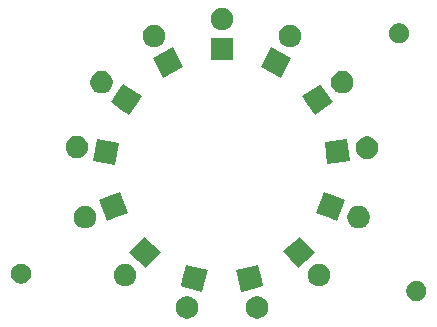
<source format=gbr>
G04 #@! TF.GenerationSoftware,KiCad,Pcbnew,(5.1.5)-3*
G04 #@! TF.CreationDate,2020-05-18T23:05:03-04:00*
G04 #@! TF.ProjectId,Union_Circle,556e696f-6e5f-4436-9972-636c652e6b69,rev?*
G04 #@! TF.SameCoordinates,Original*
G04 #@! TF.FileFunction,Soldermask,Bot*
G04 #@! TF.FilePolarity,Negative*
%FSLAX46Y46*%
G04 Gerber Fmt 4.6, Leading zero omitted, Abs format (unit mm)*
G04 Created by KiCad (PCBNEW (5.1.5)-3) date 2020-05-18 23:05:03*
%MOMM*%
%LPD*%
G04 APERTURE LIST*
%ADD10C,0.100000*%
G04 APERTURE END LIST*
D10*
G36*
X97314458Y-111110887D02*
G01*
X97487529Y-111182575D01*
X97487530Y-111182576D01*
X97643290Y-111286651D01*
X97775753Y-111419114D01*
X97775754Y-111419116D01*
X97879829Y-111574875D01*
X97951517Y-111747946D01*
X97988063Y-111931674D01*
X97988063Y-112119008D01*
X97951517Y-112302736D01*
X97879829Y-112475807D01*
X97879828Y-112475808D01*
X97775753Y-112631568D01*
X97643290Y-112764031D01*
X97564881Y-112816422D01*
X97487529Y-112868107D01*
X97314458Y-112939795D01*
X97130730Y-112976341D01*
X96943396Y-112976341D01*
X96759668Y-112939795D01*
X96586597Y-112868107D01*
X96509245Y-112816422D01*
X96430836Y-112764031D01*
X96298373Y-112631568D01*
X96194298Y-112475808D01*
X96194297Y-112475807D01*
X96122609Y-112302736D01*
X96086063Y-112119008D01*
X96086063Y-111931674D01*
X96122609Y-111747946D01*
X96194297Y-111574875D01*
X96298372Y-111419116D01*
X96298373Y-111419114D01*
X96430836Y-111286651D01*
X96586596Y-111182576D01*
X96586597Y-111182575D01*
X96759668Y-111110887D01*
X96943396Y-111074341D01*
X97130730Y-111074341D01*
X97314458Y-111110887D01*
G37*
G36*
X103242485Y-111110356D02*
G01*
X103415556Y-111182044D01*
X103416352Y-111182576D01*
X103571317Y-111286120D01*
X103703780Y-111418583D01*
X103704136Y-111419116D01*
X103807856Y-111574344D01*
X103879544Y-111747415D01*
X103916090Y-111931143D01*
X103916090Y-112118477D01*
X103879544Y-112302205D01*
X103807856Y-112475276D01*
X103756171Y-112552628D01*
X103703780Y-112631037D01*
X103571317Y-112763500D01*
X103492908Y-112815891D01*
X103415556Y-112867576D01*
X103242485Y-112939264D01*
X103058757Y-112975810D01*
X102871423Y-112975810D01*
X102687695Y-112939264D01*
X102514624Y-112867576D01*
X102437272Y-112815891D01*
X102358863Y-112763500D01*
X102226400Y-112631037D01*
X102174009Y-112552628D01*
X102122324Y-112475276D01*
X102050636Y-112302205D01*
X102014090Y-112118477D01*
X102014090Y-111931143D01*
X102050636Y-111747415D01*
X102122324Y-111574344D01*
X102226044Y-111419116D01*
X102226400Y-111418583D01*
X102358863Y-111286120D01*
X102513828Y-111182576D01*
X102514624Y-111182044D01*
X102687695Y-111110356D01*
X102871423Y-111073810D01*
X103058757Y-111073810D01*
X103242485Y-111110356D01*
G37*
G36*
X116712694Y-109817269D02*
G01*
X116867566Y-109881419D01*
X117006947Y-109974551D01*
X117125481Y-110093085D01*
X117218613Y-110232466D01*
X117282763Y-110387338D01*
X117315466Y-110551750D01*
X117315466Y-110719382D01*
X117282763Y-110883794D01*
X117218613Y-111038666D01*
X117125481Y-111178047D01*
X117006947Y-111296581D01*
X116867566Y-111389713D01*
X116712694Y-111453863D01*
X116548282Y-111486566D01*
X116380650Y-111486566D01*
X116216238Y-111453863D01*
X116061366Y-111389713D01*
X115921985Y-111296581D01*
X115803451Y-111178047D01*
X115710319Y-111038666D01*
X115646169Y-110883794D01*
X115613466Y-110719382D01*
X115613466Y-110551750D01*
X115646169Y-110387338D01*
X115710319Y-110232466D01*
X115803451Y-110093085D01*
X115921985Y-109974551D01*
X116061366Y-109881419D01*
X116216238Y-109817269D01*
X116380650Y-109784566D01*
X116548282Y-109784566D01*
X116712694Y-109817269D01*
G37*
G36*
X103374727Y-109721340D02*
G01*
X103501218Y-110232466D01*
X103506518Y-110253885D01*
X102026486Y-110620155D01*
X101660216Y-110710798D01*
X101660215Y-110710798D01*
X101293945Y-109230766D01*
X101203302Y-108864496D01*
X101203302Y-108864495D01*
X102683334Y-108498225D01*
X103049604Y-108407582D01*
X103049605Y-108407582D01*
X103374727Y-109721340D01*
G37*
G36*
X97310461Y-108497728D02*
G01*
X98793331Y-108861955D01*
X98793331Y-108861956D01*
X98737985Y-109087284D01*
X98339641Y-110709053D01*
X98339640Y-110709053D01*
X97975413Y-110619590D01*
X96492543Y-110255363D01*
X96500769Y-110221874D01*
X96623711Y-109721341D01*
X96946233Y-108408265D01*
X96946234Y-108408265D01*
X97310461Y-108497728D01*
G37*
G36*
X92065268Y-108366420D02*
G01*
X92238339Y-108438108D01*
X92238340Y-108438109D01*
X92394100Y-108542184D01*
X92526563Y-108674647D01*
X92578954Y-108753056D01*
X92630639Y-108830408D01*
X92702327Y-109003479D01*
X92738873Y-109187207D01*
X92738873Y-109374541D01*
X92702327Y-109558269D01*
X92630639Y-109731340D01*
X92630638Y-109731341D01*
X92526563Y-109887101D01*
X92394100Y-110019564D01*
X92315691Y-110071955D01*
X92238339Y-110123640D01*
X92065268Y-110195328D01*
X91881540Y-110231874D01*
X91694206Y-110231874D01*
X91510478Y-110195328D01*
X91337407Y-110123640D01*
X91260055Y-110071955D01*
X91181646Y-110019564D01*
X91049183Y-109887101D01*
X90945108Y-109731341D01*
X90945107Y-109731340D01*
X90873419Y-109558269D01*
X90836873Y-109374541D01*
X90836873Y-109187207D01*
X90873419Y-109003479D01*
X90945107Y-108830408D01*
X90996792Y-108753056D01*
X91049183Y-108674647D01*
X91181646Y-108542184D01*
X91337406Y-108438109D01*
X91337407Y-108438108D01*
X91510478Y-108366420D01*
X91694206Y-108329874D01*
X91881540Y-108329874D01*
X92065268Y-108366420D01*
G37*
G36*
X108489522Y-108356420D02*
G01*
X108662593Y-108428108D01*
X108739945Y-108479793D01*
X108818354Y-108532184D01*
X108950817Y-108664647D01*
X108988427Y-108720935D01*
X109054893Y-108820408D01*
X109126581Y-108993479D01*
X109163127Y-109177207D01*
X109163127Y-109364541D01*
X109126581Y-109548269D01*
X109054893Y-109721340D01*
X109012647Y-109784566D01*
X108950817Y-109877101D01*
X108818354Y-110009564D01*
X108803386Y-110019565D01*
X108662593Y-110113640D01*
X108489522Y-110185328D01*
X108305794Y-110221874D01*
X108118460Y-110221874D01*
X107934732Y-110185328D01*
X107761661Y-110113640D01*
X107620868Y-110019565D01*
X107605900Y-110009564D01*
X107473437Y-109877101D01*
X107411607Y-109784566D01*
X107369361Y-109721340D01*
X107297673Y-109548269D01*
X107261127Y-109364541D01*
X107261127Y-109177207D01*
X107297673Y-108993479D01*
X107369361Y-108820408D01*
X107435827Y-108720935D01*
X107473437Y-108664647D01*
X107605900Y-108532184D01*
X107684309Y-108479793D01*
X107761661Y-108428108D01*
X107934732Y-108356420D01*
X108118460Y-108319874D01*
X108305794Y-108319874D01*
X108489522Y-108356420D01*
G37*
G36*
X83248228Y-108352803D02*
G01*
X83403100Y-108416953D01*
X83542481Y-108510085D01*
X83661015Y-108628619D01*
X83754147Y-108768000D01*
X83818297Y-108922872D01*
X83851000Y-109087284D01*
X83851000Y-109254916D01*
X83818297Y-109419328D01*
X83754147Y-109574200D01*
X83661015Y-109713581D01*
X83542481Y-109832115D01*
X83403100Y-109925247D01*
X83248228Y-109989397D01*
X83083816Y-110022100D01*
X82916184Y-110022100D01*
X82751772Y-109989397D01*
X82596900Y-109925247D01*
X82457519Y-109832115D01*
X82338985Y-109713581D01*
X82245853Y-109574200D01*
X82181703Y-109419328D01*
X82149000Y-109254916D01*
X82149000Y-109087284D01*
X82181703Y-108922872D01*
X82245853Y-108768000D01*
X82338985Y-108628619D01*
X82457519Y-108510085D01*
X82596900Y-108416953D01*
X82751772Y-108352803D01*
X82916184Y-108320100D01*
X83083816Y-108320100D01*
X83248228Y-108352803D01*
G37*
G36*
X94813336Y-107296421D02*
G01*
X93553032Y-108720935D01*
X92128518Y-107460631D01*
X93388822Y-106036117D01*
X94813336Y-107296421D01*
G37*
G36*
X107871482Y-107450631D02*
G01*
X106446968Y-108710935D01*
X105186664Y-107286421D01*
X106611178Y-106026117D01*
X107871482Y-107450631D01*
G37*
G36*
X88697466Y-103477932D02*
G01*
X88870537Y-103549620D01*
X88870538Y-103549621D01*
X89026298Y-103653696D01*
X89158761Y-103786159D01*
X89158762Y-103786161D01*
X89262837Y-103941920D01*
X89334525Y-104114991D01*
X89371071Y-104298719D01*
X89371071Y-104486053D01*
X89334525Y-104669781D01*
X89262837Y-104842852D01*
X89262836Y-104842853D01*
X89158761Y-104998613D01*
X89026298Y-105131076D01*
X88947889Y-105183467D01*
X88870537Y-105235152D01*
X88697466Y-105306840D01*
X88513738Y-105343386D01*
X88326404Y-105343386D01*
X88142676Y-105306840D01*
X87969605Y-105235152D01*
X87892253Y-105183467D01*
X87813844Y-105131076D01*
X87681381Y-104998613D01*
X87577306Y-104842853D01*
X87577305Y-104842852D01*
X87505617Y-104669781D01*
X87469071Y-104486053D01*
X87469071Y-104298719D01*
X87505617Y-104114991D01*
X87577305Y-103941920D01*
X87681380Y-103786161D01*
X87681381Y-103786159D01*
X87813844Y-103653696D01*
X87969604Y-103549621D01*
X87969605Y-103549620D01*
X88142676Y-103477932D01*
X88326404Y-103441386D01*
X88513738Y-103441386D01*
X88697466Y-103477932D01*
G37*
G36*
X111857324Y-103477932D02*
G01*
X112030395Y-103549620D01*
X112030396Y-103549621D01*
X112186156Y-103653696D01*
X112318619Y-103786159D01*
X112318620Y-103786161D01*
X112422695Y-103941920D01*
X112494383Y-104114991D01*
X112530929Y-104298719D01*
X112530929Y-104486053D01*
X112494383Y-104669781D01*
X112422695Y-104842852D01*
X112422694Y-104842853D01*
X112318619Y-104998613D01*
X112186156Y-105131076D01*
X112107747Y-105183467D01*
X112030395Y-105235152D01*
X111857324Y-105306840D01*
X111673596Y-105343386D01*
X111486262Y-105343386D01*
X111302534Y-105306840D01*
X111129463Y-105235152D01*
X111052111Y-105183467D01*
X110973702Y-105131076D01*
X110841239Y-104998613D01*
X110737164Y-104842853D01*
X110737163Y-104842852D01*
X110665475Y-104669781D01*
X110628929Y-104486053D01*
X110628929Y-104298719D01*
X110665475Y-104114991D01*
X110737163Y-103941920D01*
X110841238Y-103786161D01*
X110841239Y-103786159D01*
X110973702Y-103653696D01*
X111129462Y-103549621D01*
X111129463Y-103549620D01*
X111302534Y-103477932D01*
X111486262Y-103441386D01*
X111673596Y-103441386D01*
X111857324Y-103477932D01*
G37*
G36*
X109143637Y-102449623D02*
G01*
X110432197Y-102939101D01*
X109756784Y-104717140D01*
X109756783Y-104717140D01*
X109148443Y-104486053D01*
X107978745Y-104041727D01*
X108654158Y-102263688D01*
X108654159Y-102263688D01*
X109143637Y-102449623D01*
G37*
G36*
X92021255Y-104041727D02*
G01*
X90851557Y-104486053D01*
X90243217Y-104717140D01*
X90243216Y-104717140D01*
X89567803Y-102939101D01*
X90856363Y-102449623D01*
X91345841Y-102263688D01*
X91345842Y-102263688D01*
X92021255Y-104041727D01*
G37*
G36*
X91317433Y-98105216D02*
G01*
X90990423Y-99978894D01*
X89116745Y-99651884D01*
X89443755Y-97778206D01*
X91317433Y-98105216D01*
G37*
G36*
X110831560Y-99642636D02*
G01*
X108943336Y-99871136D01*
X108714836Y-97982912D01*
X110603060Y-97754412D01*
X110831560Y-99642636D01*
G37*
G36*
X112572197Y-97593172D02*
G01*
X112745268Y-97664860D01*
X112745269Y-97664861D01*
X112901029Y-97768936D01*
X113033492Y-97901399D01*
X113033493Y-97901401D01*
X113137568Y-98057160D01*
X113209256Y-98230231D01*
X113245802Y-98413959D01*
X113245802Y-98601293D01*
X113209256Y-98785021D01*
X113137568Y-98958092D01*
X113137567Y-98958093D01*
X113033492Y-99113853D01*
X112901029Y-99246316D01*
X112843710Y-99284615D01*
X112745268Y-99350392D01*
X112572197Y-99422080D01*
X112388469Y-99458626D01*
X112201135Y-99458626D01*
X112017407Y-99422080D01*
X111844336Y-99350392D01*
X111745894Y-99284615D01*
X111688575Y-99246316D01*
X111556112Y-99113853D01*
X111452037Y-98958093D01*
X111452036Y-98958092D01*
X111380348Y-98785021D01*
X111343802Y-98601293D01*
X111343802Y-98413959D01*
X111380348Y-98230231D01*
X111452036Y-98057160D01*
X111556111Y-97901401D01*
X111556112Y-97901399D01*
X111688575Y-97768936D01*
X111844335Y-97664861D01*
X111844336Y-97664860D01*
X112017407Y-97593172D01*
X112201135Y-97556626D01*
X112388469Y-97556626D01*
X112572197Y-97593172D01*
G37*
G36*
X87992306Y-97527396D02*
G01*
X88165377Y-97599084D01*
X88165378Y-97599085D01*
X88321138Y-97703160D01*
X88453601Y-97835623D01*
X88453602Y-97835625D01*
X88557677Y-97991384D01*
X88629365Y-98164455D01*
X88665911Y-98348183D01*
X88665911Y-98535517D01*
X88629365Y-98719245D01*
X88557677Y-98892316D01*
X88557676Y-98892317D01*
X88453601Y-99048077D01*
X88321138Y-99180540D01*
X88242729Y-99232931D01*
X88165377Y-99284616D01*
X87992306Y-99356304D01*
X87808578Y-99392850D01*
X87621244Y-99392850D01*
X87437516Y-99356304D01*
X87264445Y-99284616D01*
X87187093Y-99232931D01*
X87108684Y-99180540D01*
X86976221Y-99048077D01*
X86872146Y-98892317D01*
X86872145Y-98892316D01*
X86800457Y-98719245D01*
X86763911Y-98535517D01*
X86763911Y-98348183D01*
X86800457Y-98164455D01*
X86872145Y-97991384D01*
X86976220Y-97835625D01*
X86976221Y-97835623D01*
X87108684Y-97703160D01*
X87264444Y-97599085D01*
X87264445Y-97599084D01*
X87437516Y-97527396D01*
X87621244Y-97490850D01*
X87808578Y-97490850D01*
X87992306Y-97527396D01*
G37*
G36*
X91883980Y-93242234D02*
G01*
X93220705Y-94164378D01*
X93220705Y-94164379D01*
X92779798Y-94803510D01*
X92140667Y-95729984D01*
X92140666Y-95729984D01*
X91501535Y-95289077D01*
X90575061Y-94649946D01*
X90575061Y-94649945D01*
X91227950Y-93703529D01*
X91655099Y-93084340D01*
X91655100Y-93084340D01*
X91883980Y-93242234D01*
G37*
G36*
X108772050Y-93703529D02*
G01*
X109424939Y-94649945D01*
X109424939Y-94649946D01*
X108498465Y-95289077D01*
X107859334Y-95729984D01*
X107859333Y-95729984D01*
X107220202Y-94803510D01*
X106779295Y-94164379D01*
X106779295Y-94164378D01*
X108116020Y-93242234D01*
X108344900Y-93084340D01*
X108344901Y-93084340D01*
X108772050Y-93703529D01*
G37*
G36*
X90084512Y-92050384D02*
G01*
X90257583Y-92122072D01*
X90257584Y-92122073D01*
X90413344Y-92226148D01*
X90545807Y-92358611D01*
X90545808Y-92358613D01*
X90649883Y-92514372D01*
X90721571Y-92687443D01*
X90758117Y-92871171D01*
X90758117Y-93058505D01*
X90721571Y-93242233D01*
X90649883Y-93415304D01*
X90649882Y-93415305D01*
X90545807Y-93571065D01*
X90413344Y-93703528D01*
X90334935Y-93755919D01*
X90257583Y-93807604D01*
X90084512Y-93879292D01*
X89900784Y-93915838D01*
X89713450Y-93915838D01*
X89529722Y-93879292D01*
X89356651Y-93807604D01*
X89279299Y-93755919D01*
X89200890Y-93703528D01*
X89068427Y-93571065D01*
X88964352Y-93415305D01*
X88964351Y-93415304D01*
X88892663Y-93242233D01*
X88856117Y-93058505D01*
X88856117Y-92871171D01*
X88892663Y-92687443D01*
X88964351Y-92514372D01*
X89068426Y-92358613D01*
X89068427Y-92358611D01*
X89200890Y-92226148D01*
X89356650Y-92122073D01*
X89356651Y-92122072D01*
X89529722Y-92050384D01*
X89713450Y-92013838D01*
X89900784Y-92013838D01*
X90084512Y-92050384D01*
G37*
G36*
X110470278Y-92050384D02*
G01*
X110643349Y-92122072D01*
X110643350Y-92122073D01*
X110799110Y-92226148D01*
X110931573Y-92358611D01*
X110931574Y-92358613D01*
X111035649Y-92514372D01*
X111107337Y-92687443D01*
X111143883Y-92871171D01*
X111143883Y-93058505D01*
X111107337Y-93242233D01*
X111035649Y-93415304D01*
X111035648Y-93415305D01*
X110931573Y-93571065D01*
X110799110Y-93703528D01*
X110720701Y-93755919D01*
X110643349Y-93807604D01*
X110470278Y-93879292D01*
X110286550Y-93915838D01*
X110099216Y-93915838D01*
X109915488Y-93879292D01*
X109742417Y-93807604D01*
X109665065Y-93755919D01*
X109586656Y-93703528D01*
X109454193Y-93571065D01*
X109350118Y-93415305D01*
X109350117Y-93415304D01*
X109278429Y-93242233D01*
X109241883Y-93058505D01*
X109241883Y-92871171D01*
X109278429Y-92687443D01*
X109350117Y-92514372D01*
X109454192Y-92358613D01*
X109454193Y-92358611D01*
X109586656Y-92226148D01*
X109742416Y-92122073D01*
X109742417Y-92122072D01*
X109915488Y-92050384D01*
X110099216Y-92013838D01*
X110286550Y-92013838D01*
X110470278Y-92050384D01*
G37*
G36*
X96709023Y-91682595D02*
G01*
X95025004Y-92566724D01*
X94140875Y-90882705D01*
X95824894Y-89998576D01*
X96709023Y-91682595D01*
G37*
G36*
X105859125Y-90882705D02*
G01*
X104974996Y-92566724D01*
X103290977Y-91682595D01*
X104175106Y-89998576D01*
X105859125Y-90882705D01*
G37*
G36*
X100951000Y-91106000D02*
G01*
X99049000Y-91106000D01*
X99049000Y-89204000D01*
X100951000Y-89204000D01*
X100951000Y-91106000D01*
G37*
G36*
X106033144Y-88119296D02*
G01*
X106206215Y-88190984D01*
X106206216Y-88190985D01*
X106361976Y-88295060D01*
X106494439Y-88427523D01*
X106546830Y-88505932D01*
X106598515Y-88583284D01*
X106670203Y-88756355D01*
X106706749Y-88940083D01*
X106706749Y-89127417D01*
X106670203Y-89311145D01*
X106598515Y-89484216D01*
X106546830Y-89561568D01*
X106494439Y-89639977D01*
X106361976Y-89772440D01*
X106283567Y-89824831D01*
X106206215Y-89876516D01*
X106033144Y-89948204D01*
X105849416Y-89984750D01*
X105662082Y-89984750D01*
X105478354Y-89948204D01*
X105305283Y-89876516D01*
X105227931Y-89824831D01*
X105149522Y-89772440D01*
X105017059Y-89639977D01*
X104964668Y-89561568D01*
X104912983Y-89484216D01*
X104841295Y-89311145D01*
X104804749Y-89127417D01*
X104804749Y-88940083D01*
X104841295Y-88756355D01*
X104912983Y-88583284D01*
X104964668Y-88505932D01*
X105017059Y-88427523D01*
X105149522Y-88295060D01*
X105305282Y-88190985D01*
X105305283Y-88190984D01*
X105478354Y-88119296D01*
X105662082Y-88082750D01*
X105849416Y-88082750D01*
X106033144Y-88119296D01*
G37*
G36*
X94521646Y-88119296D02*
G01*
X94694717Y-88190984D01*
X94694718Y-88190985D01*
X94850478Y-88295060D01*
X94982941Y-88427523D01*
X95035332Y-88505932D01*
X95087017Y-88583284D01*
X95158705Y-88756355D01*
X95195251Y-88940083D01*
X95195251Y-89127417D01*
X95158705Y-89311145D01*
X95087017Y-89484216D01*
X95035332Y-89561568D01*
X94982941Y-89639977D01*
X94850478Y-89772440D01*
X94772069Y-89824831D01*
X94694717Y-89876516D01*
X94521646Y-89948204D01*
X94337918Y-89984750D01*
X94150584Y-89984750D01*
X93966856Y-89948204D01*
X93793785Y-89876516D01*
X93716433Y-89824831D01*
X93638024Y-89772440D01*
X93505561Y-89639977D01*
X93453170Y-89561568D01*
X93401485Y-89484216D01*
X93329797Y-89311145D01*
X93293251Y-89127417D01*
X93293251Y-88940083D01*
X93329797Y-88756355D01*
X93401485Y-88583284D01*
X93453170Y-88505932D01*
X93505561Y-88427523D01*
X93638024Y-88295060D01*
X93793784Y-88190985D01*
X93793785Y-88190984D01*
X93966856Y-88119296D01*
X94150584Y-88082750D01*
X94337918Y-88082750D01*
X94521646Y-88119296D01*
G37*
G36*
X115248228Y-88010653D02*
G01*
X115403100Y-88074803D01*
X115542481Y-88167935D01*
X115661015Y-88286469D01*
X115754147Y-88425850D01*
X115818297Y-88580722D01*
X115851000Y-88745134D01*
X115851000Y-88912766D01*
X115818297Y-89077178D01*
X115754147Y-89232050D01*
X115661015Y-89371431D01*
X115542481Y-89489965D01*
X115403100Y-89583097D01*
X115248228Y-89647247D01*
X115083816Y-89679950D01*
X114916184Y-89679950D01*
X114751772Y-89647247D01*
X114596900Y-89583097D01*
X114457519Y-89489965D01*
X114338985Y-89371431D01*
X114245853Y-89232050D01*
X114181703Y-89077178D01*
X114149000Y-88912766D01*
X114149000Y-88745134D01*
X114181703Y-88580722D01*
X114245853Y-88425850D01*
X114338985Y-88286469D01*
X114457519Y-88167935D01*
X114596900Y-88074803D01*
X114751772Y-88010653D01*
X114916184Y-87977950D01*
X115083816Y-87977950D01*
X115248228Y-88010653D01*
G37*
G36*
X100277395Y-86700546D02*
G01*
X100450466Y-86772234D01*
X100450467Y-86772235D01*
X100606227Y-86876310D01*
X100738690Y-87008773D01*
X100738691Y-87008775D01*
X100842766Y-87164534D01*
X100914454Y-87337605D01*
X100951000Y-87521333D01*
X100951000Y-87708667D01*
X100914454Y-87892395D01*
X100842766Y-88065466D01*
X100842765Y-88065467D01*
X100738690Y-88221227D01*
X100606227Y-88353690D01*
X100527818Y-88406081D01*
X100450466Y-88457766D01*
X100277395Y-88529454D01*
X100093667Y-88566000D01*
X99906333Y-88566000D01*
X99722605Y-88529454D01*
X99549534Y-88457766D01*
X99472182Y-88406081D01*
X99393773Y-88353690D01*
X99261310Y-88221227D01*
X99157235Y-88065467D01*
X99157234Y-88065466D01*
X99085546Y-87892395D01*
X99049000Y-87708667D01*
X99049000Y-87521333D01*
X99085546Y-87337605D01*
X99157234Y-87164534D01*
X99261309Y-87008775D01*
X99261310Y-87008773D01*
X99393773Y-86876310D01*
X99549533Y-86772235D01*
X99549534Y-86772234D01*
X99722605Y-86700546D01*
X99906333Y-86664000D01*
X100093667Y-86664000D01*
X100277395Y-86700546D01*
G37*
M02*

</source>
